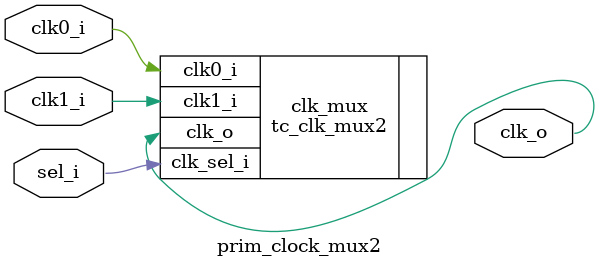
<source format=sv>

module prim_clock_mux2 #(
  parameter bit NoFpgaBufG = 1'b0 // this parameter serves no function in the generic model
) (
  input        clk0_i,
  input        clk1_i,
  input        sel_i,
  output logic clk_o
);
`ifndef TARGET_ASIC
  tc_clk_mux2 clk_mux(
    .clk0_i,
    .clk1_i,
    .clk_sel_i(sel_i),
    .clk_o
  );
`else
  // We model the mux with logic operations for GTECH runs.
  assign clk_o = (sel_i & clk1_i) | (~sel_i & clk0_i);

  // make sure sel is never X (including during reset)
  // need to use ##1 as this could break with inverted clocks that
  // start with a rising edge at the beginning of the simulation.
`endif
endmodule : prim_clock_mux2

</source>
